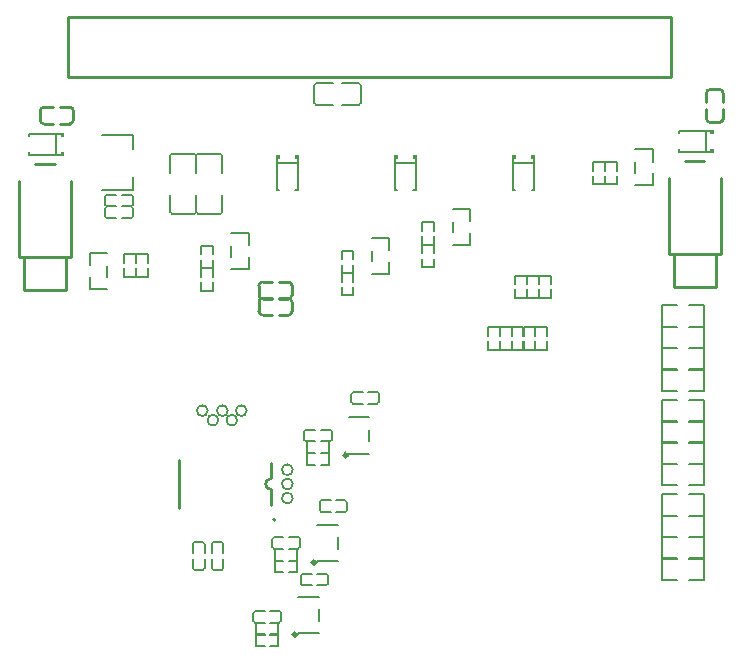
<source format=gbo>
G04 Layer: BottomSilkscreenLayer*
G04 EasyEDA v6.5.40, 2024-03-19 00:07:40*
G04 3cfb54e61b884618aacb5dd00d766781,92418ead495845dc98574c5a0a119f62,10*
G04 Gerber Generator version 0.2*
G04 Scale: 100 percent, Rotated: No, Reflected: No *
G04 Dimensions in millimeters *
G04 leading zeros omitted , absolute positions ,4 integer and 5 decimal *
%FSLAX45Y45*%
%MOMM*%

%ADD10C,0.1524*%
%ADD11C,0.2540*%
%ADD12C,0.2000*%
%ADD13C,0.3000*%
%ADD14C,0.1270*%
%ADD15C,0.0105*%

%LPD*%
G36*
X2454757Y4335475D02*
G01*
X2454757Y4304995D01*
X2486761Y4304995D01*
X2486761Y4335475D01*
G37*
G36*
X2613253Y4335475D02*
G01*
X2613253Y4304995D01*
X2645257Y4304995D01*
X2645257Y4335475D01*
G37*
G36*
X3454755Y4335475D02*
G01*
X3454755Y4304995D01*
X3486759Y4304995D01*
X3486759Y4335475D01*
G37*
G36*
X3613251Y4335475D02*
G01*
X3613251Y4304995D01*
X3645255Y4304995D01*
X3645255Y4335475D01*
G37*
G36*
X4454753Y4335475D02*
G01*
X4454753Y4304995D01*
X4486757Y4304995D01*
X4486757Y4335475D01*
G37*
G36*
X4613249Y4335475D02*
G01*
X4613249Y4304995D01*
X4645253Y4304995D01*
X4645253Y4335475D01*
G37*
G36*
X6129985Y4545228D02*
G01*
X6129985Y4513224D01*
X6160465Y4513224D01*
X6160465Y4545228D01*
G37*
G36*
X6129985Y4386732D02*
G01*
X6129985Y4354728D01*
X6160465Y4354728D01*
X6160465Y4386732D01*
G37*
G36*
X630021Y4520234D02*
G01*
X630021Y4488230D01*
X660501Y4488230D01*
X660501Y4520234D01*
G37*
G36*
X630021Y4361738D02*
G01*
X630021Y4329734D01*
X660501Y4329734D01*
X660501Y4361738D01*
G37*
D10*
X4349851Y2802615D02*
G01*
X4349851Y2874418D01*
X4250131Y2874418D01*
X4250131Y2802615D01*
X4349851Y2757373D02*
G01*
X4349851Y2685569D01*
X4250131Y2685569D01*
X4250131Y2757373D01*
X4449848Y2802615D02*
G01*
X4449848Y2874418D01*
X4350128Y2874418D01*
X4350128Y2802615D01*
X4449848Y2757373D02*
G01*
X4449848Y2685569D01*
X4350128Y2685569D01*
X4350128Y2757373D01*
X4549851Y2802615D02*
G01*
X4549851Y2874418D01*
X4450130Y2874418D01*
X4450130Y2802615D01*
X4549851Y2757373D02*
G01*
X4549851Y2685569D01*
X4450130Y2685569D01*
X4450130Y2757373D01*
X4649850Y2802615D02*
G01*
X4649850Y2874418D01*
X4550130Y2874418D01*
X4550130Y2802615D01*
X4649850Y2757373D02*
G01*
X4649850Y2685569D01*
X4550130Y2685569D01*
X4550130Y2757373D01*
X4579851Y3242614D02*
G01*
X4579851Y3314418D01*
X4480130Y3314418D01*
X4480130Y3242614D01*
X4579851Y3197372D02*
G01*
X4579851Y3125569D01*
X4480130Y3125569D01*
X4480130Y3197372D01*
X4679850Y3242614D02*
G01*
X4679850Y3314418D01*
X4580130Y3314418D01*
X4580130Y3242614D01*
X4679850Y3197372D02*
G01*
X4679850Y3125569D01*
X4580130Y3125569D01*
X4580130Y3197372D01*
X4779850Y3242614D02*
G01*
X4779850Y3314418D01*
X4680130Y3314418D01*
X4680130Y3242614D01*
X4779850Y3197372D02*
G01*
X4779850Y3125569D01*
X4680130Y3125569D01*
X4680130Y3197372D01*
D11*
X2413617Y1598256D02*
G01*
X2413617Y1725256D01*
X2413617Y1374736D02*
G01*
X2413617Y1501736D01*
X1631297Y1750743D02*
G01*
X1631297Y1349250D01*
D10*
X5947608Y3061703D02*
G01*
X6076101Y3061703D01*
X6076101Y2878284D01*
X5947608Y2878284D01*
X5852368Y3061703D02*
G01*
X5723874Y3061703D01*
X5723874Y2878284D01*
X5852368Y2878284D01*
X5947608Y921707D02*
G01*
X6076101Y921707D01*
X6076101Y738289D01*
X5947608Y738289D01*
X5852368Y921707D02*
G01*
X5723874Y921707D01*
X5723874Y738289D01*
X5852368Y738289D01*
X5947608Y1101707D02*
G01*
X6076101Y1101707D01*
X6076101Y918288D01*
X5947608Y918288D01*
X5852368Y1101707D02*
G01*
X5723874Y1101707D01*
X5723874Y918288D01*
X5852368Y918288D01*
X5947608Y1281706D02*
G01*
X6076101Y1281706D01*
X6076101Y1098288D01*
X5947608Y1098288D01*
X5852368Y1281706D02*
G01*
X5723874Y1281706D01*
X5723874Y1098288D01*
X5852368Y1098288D01*
X5947608Y1461706D02*
G01*
X6076101Y1461706D01*
X6076101Y1278288D01*
X5947608Y1278288D01*
X5852368Y1461706D02*
G01*
X5723874Y1461706D01*
X5723874Y1278288D01*
X5852368Y1278288D01*
X5947608Y1721705D02*
G01*
X6076101Y1721705D01*
X6076101Y1538287D01*
X5947608Y1538287D01*
X5852368Y1721705D02*
G01*
X5723874Y1721705D01*
X5723874Y1538287D01*
X5852368Y1538287D01*
X5947608Y1901705D02*
G01*
X6076101Y1901705D01*
X6076101Y1718287D01*
X5947608Y1718287D01*
X5852368Y1901705D02*
G01*
X5723874Y1901705D01*
X5723874Y1718287D01*
X5852368Y1718287D01*
X5947608Y2081705D02*
G01*
X6076101Y2081705D01*
X6076101Y1898286D01*
X5947608Y1898286D01*
X5852368Y2081705D02*
G01*
X5723874Y2081705D01*
X5723874Y1898286D01*
X5852368Y1898286D01*
X5947608Y2261704D02*
G01*
X6076101Y2261704D01*
X6076101Y2078286D01*
X5947608Y2078286D01*
X5852368Y2261704D02*
G01*
X5723874Y2261704D01*
X5723874Y2078286D01*
X5852368Y2078286D01*
X5947608Y2521704D02*
G01*
X6076101Y2521704D01*
X6076101Y2338285D01*
X5947608Y2338285D01*
X5852368Y2521704D02*
G01*
X5723874Y2521704D01*
X5723874Y2338285D01*
X5852368Y2338285D01*
X5947608Y2701704D02*
G01*
X6076101Y2701704D01*
X6076101Y2518285D01*
X5947608Y2518285D01*
X5852368Y2701704D02*
G01*
X5723874Y2701704D01*
X5723874Y2518285D01*
X5852368Y2518285D01*
X5947608Y2881703D02*
G01*
X6076101Y2881703D01*
X6076101Y2698285D01*
X5947608Y2698285D01*
X5852368Y2881703D02*
G01*
X5723874Y2881703D01*
X5723874Y2698285D01*
X5852368Y2698285D01*
D11*
X6179987Y3494999D02*
G01*
X5798393Y3494999D01*
X5929988Y4284997D02*
G01*
X5918098Y4284997D01*
X5929988Y4284997D02*
G01*
X6081872Y4284997D01*
X6219987Y3564999D02*
G01*
X6219987Y3494999D01*
X6179987Y3494999D01*
X6179987Y3220001D01*
X5819988Y3220001D01*
X5819988Y3494999D01*
X5779988Y3494999D01*
X5779988Y4139938D01*
X6219987Y3564999D02*
G01*
X6219987Y4139938D01*
X679998Y3469998D02*
G01*
X298404Y3469998D01*
X429999Y4259996D02*
G01*
X418109Y4259996D01*
X429999Y4259996D02*
G01*
X581883Y4259996D01*
X719998Y3539997D02*
G01*
X719998Y3469998D01*
X679998Y3469998D01*
X679998Y3194999D01*
X319999Y3194999D01*
X319999Y3469998D01*
X279999Y3469998D01*
X279999Y4114937D01*
X719998Y3539997D02*
G01*
X719998Y4114937D01*
X697293Y5503989D02*
G01*
X5802693Y5503989D01*
X697293Y4995989D02*
G01*
X5802693Y4995989D01*
X5802693Y4995989D02*
G01*
X5802693Y5503989D01*
X697293Y4995989D02*
G01*
X697293Y5503989D01*
D10*
X4749850Y2802615D02*
G01*
X4749850Y2874418D01*
X4650130Y2874418D01*
X4650130Y2802615D01*
X4749850Y2757373D02*
G01*
X4749850Y2685569D01*
X4650130Y2685569D01*
X4650130Y2757373D01*
X2911624Y1910135D02*
G01*
X2832615Y1910135D01*
X2832615Y2009856D02*
G01*
X2911624Y2009856D01*
X2926864Y1994616D02*
G01*
X2926864Y1925375D01*
X2708363Y1910135D02*
G01*
X2787373Y1910135D01*
X2787373Y2009856D02*
G01*
X2708363Y2009856D01*
X2693123Y1994616D02*
G01*
X2693123Y1925375D01*
X2357374Y374858D02*
G01*
X2285570Y374858D01*
X2285570Y275137D01*
X2357374Y275137D01*
X2402616Y374858D02*
G01*
X2474419Y374858D01*
X2474419Y275137D01*
X2402616Y275137D01*
X2402616Y175138D02*
G01*
X2474419Y175138D01*
X2474419Y274858D01*
X2402616Y274858D01*
X2357374Y175138D02*
G01*
X2285570Y175138D01*
X2285570Y274858D01*
X2357374Y274858D01*
X2644874Y287378D02*
G01*
X2815115Y287378D01*
X2644874Y592620D02*
G01*
X2815115Y592620D01*
X2815115Y487639D02*
G01*
X2815115Y392358D01*
X2641625Y1000137D02*
G01*
X2562616Y1000137D01*
X2562616Y1099858D02*
G01*
X2641625Y1099858D01*
X2656865Y1084618D02*
G01*
X2656865Y1015377D01*
X2438364Y1000137D02*
G01*
X2517373Y1000137D01*
X2517373Y1099858D02*
G01*
X2438364Y1099858D01*
X2423124Y1084618D02*
G01*
X2423124Y1015377D01*
X2517373Y999858D02*
G01*
X2445570Y999858D01*
X2445570Y900137D01*
X2517373Y900137D01*
X2562616Y999858D02*
G01*
X2634419Y999858D01*
X2634419Y900137D01*
X2562616Y900137D01*
X2562613Y800140D02*
G01*
X2634416Y800140D01*
X2634416Y899861D01*
X2562613Y899861D01*
X2517371Y800140D02*
G01*
X2445567Y800140D01*
X2445567Y899861D01*
X2517371Y899861D01*
X2804871Y897381D02*
G01*
X2975112Y897381D01*
X2804871Y1202623D02*
G01*
X2975112Y1202623D01*
X2975112Y1097643D02*
G01*
X2975112Y1002362D01*
X2009856Y1041628D02*
G01*
X2009856Y962619D01*
X1910135Y962619D02*
G01*
X1910135Y1041628D01*
X1925375Y1056868D02*
G01*
X1994616Y1056868D01*
X2009856Y838367D02*
G01*
X2009856Y917376D01*
X1910135Y917376D02*
G01*
X1910135Y838367D01*
X1925375Y823127D02*
G01*
X1994616Y823127D01*
X1849856Y1041628D02*
G01*
X1849856Y962619D01*
X1750136Y962619D02*
G01*
X1750136Y1041628D01*
X1765376Y1056868D02*
G01*
X1834616Y1056868D01*
X1849856Y838367D02*
G01*
X1849856Y917376D01*
X1750136Y917376D02*
G01*
X1750136Y838367D01*
X1765376Y823127D02*
G01*
X1834616Y823127D01*
X2462372Y4312612D02*
G01*
X2462372Y4037368D01*
X2462372Y4037368D02*
G01*
X2481676Y4037368D01*
X2637617Y4312612D02*
G01*
X2637617Y4037368D01*
X2637617Y4037368D02*
G01*
X2618313Y4037368D01*
X2462372Y4266669D02*
G01*
X2637617Y4266669D01*
X3462370Y4312612D02*
G01*
X3462370Y4037368D01*
X3462370Y4037368D02*
G01*
X3481674Y4037368D01*
X3637615Y4312612D02*
G01*
X3637615Y4037368D01*
X3637615Y4037368D02*
G01*
X3618311Y4037368D01*
X3462370Y4266669D02*
G01*
X3637615Y4266669D01*
X4462368Y4312612D02*
G01*
X4462368Y4037368D01*
X4462368Y4037368D02*
G01*
X4481672Y4037368D01*
X4637613Y4312612D02*
G01*
X4637613Y4037368D01*
X4637613Y4037368D02*
G01*
X4618309Y4037368D01*
X4462368Y4266669D02*
G01*
X4637613Y4266669D01*
X6137610Y4537613D02*
G01*
X5862365Y4537613D01*
X5862365Y4537613D02*
G01*
X5862365Y4518309D01*
X6137610Y4362368D02*
G01*
X5862365Y4362368D01*
X5862365Y4362368D02*
G01*
X5862365Y4381672D01*
X6091666Y4537613D02*
G01*
X6091666Y4362368D01*
X637621Y4512612D02*
G01*
X362376Y4512612D01*
X362376Y4512612D02*
G01*
X362376Y4493308D01*
X637621Y4337367D02*
G01*
X362376Y4337367D01*
X362376Y4337367D02*
G01*
X362376Y4356671D01*
X591677Y4512612D02*
G01*
X591677Y4337367D01*
D11*
X6130010Y4610988D02*
G01*
X6210012Y4610988D01*
X6099025Y4721964D02*
G01*
X6099025Y4641966D01*
X6240990Y4721964D02*
G01*
X6240990Y4641966D01*
X6098443Y4779553D02*
G01*
X6098443Y4859553D01*
X6129426Y4890536D02*
G01*
X6209423Y4890536D01*
X6240404Y4779553D02*
G01*
X6240404Y4859553D01*
X739000Y4630013D02*
G01*
X739000Y4710015D01*
X628025Y4599028D02*
G01*
X708022Y4599028D01*
X628025Y4740993D02*
G01*
X708022Y4740993D01*
X570435Y4598446D02*
G01*
X490435Y4598446D01*
X459452Y4629429D02*
G01*
X459452Y4709426D01*
X570435Y4740407D02*
G01*
X490435Y4740407D01*
D10*
X2481625Y375137D02*
G01*
X2402616Y375137D01*
X2402616Y474858D02*
G01*
X2481625Y474858D01*
X2496865Y459618D02*
G01*
X2496865Y390377D01*
X2278364Y375137D02*
G01*
X2357374Y375137D01*
X2357374Y474858D02*
G01*
X2278364Y474858D01*
X2263124Y459618D02*
G01*
X2263124Y390377D01*
X1820136Y3257372D02*
G01*
X1820136Y3185568D01*
X1919856Y3185568D01*
X1919856Y3257372D01*
X1820136Y3302614D02*
G01*
X1820136Y3374417D01*
X1919856Y3374417D01*
X1919856Y3302614D01*
X1919856Y3492614D02*
G01*
X1919856Y3564417D01*
X1820136Y3564417D01*
X1820136Y3492614D01*
X1919856Y3447371D02*
G01*
X1919856Y3375568D01*
X1820136Y3375568D01*
X1820136Y3447371D01*
X3010133Y3217372D02*
G01*
X3010133Y3145569D01*
X3109854Y3145569D01*
X3109854Y3217372D01*
X3010133Y3262614D02*
G01*
X3010133Y3334418D01*
X3109854Y3334418D01*
X3109854Y3262614D01*
X3109854Y3452614D02*
G01*
X3109854Y3524417D01*
X3010133Y3524417D01*
X3010133Y3452614D01*
X3109854Y3407371D02*
G01*
X3109854Y3335568D01*
X3010133Y3335568D01*
X3010133Y3407371D01*
X2787373Y1909856D02*
G01*
X2715569Y1909856D01*
X2715569Y1810136D01*
X2787373Y1810136D01*
X2832615Y1909856D02*
G01*
X2904418Y1909856D01*
X2904418Y1810136D01*
X2832615Y1810136D01*
X2832615Y1710136D02*
G01*
X2904418Y1710136D01*
X2904418Y1809856D01*
X2832615Y1809856D01*
X2787373Y1710136D02*
G01*
X2715569Y1710136D01*
X2715569Y1809856D01*
X2787373Y1809856D01*
X3690132Y3457371D02*
G01*
X3690132Y3385568D01*
X3789852Y3385568D01*
X3789852Y3457371D01*
X3690132Y3502614D02*
G01*
X3690132Y3574417D01*
X3789852Y3574417D01*
X3789852Y3502614D01*
X3789852Y3692613D02*
G01*
X3789852Y3764417D01*
X3690132Y3764417D01*
X3690132Y3692613D01*
X3789852Y3647371D02*
G01*
X3789852Y3575568D01*
X3690132Y3575568D01*
X3690132Y3647371D01*
X1560736Y3848872D02*
G01*
X1560736Y3997370D01*
X1779257Y3997370D02*
G01*
X1779257Y3848872D01*
X1764017Y3833632D02*
G01*
X1575976Y3833632D01*
X1560736Y4331111D02*
G01*
X1560736Y4182612D01*
X1779257Y4182612D02*
G01*
X1779257Y4331111D01*
X1764017Y4346351D02*
G01*
X1575976Y4346351D01*
X1780735Y3848872D02*
G01*
X1780735Y3997370D01*
X1999256Y3997370D02*
G01*
X1999256Y3848872D01*
X1984016Y3833632D02*
G01*
X1795975Y3833632D01*
X1780735Y4331111D02*
G01*
X1780735Y4182612D01*
X1999256Y4182612D02*
G01*
X1999256Y4331111D01*
X1984016Y4346351D02*
G01*
X1795975Y4346351D01*
D11*
X2588996Y3010016D02*
G01*
X2588996Y3090019D01*
X2478021Y2979031D02*
G01*
X2558018Y2979031D01*
X2478021Y3120997D02*
G01*
X2558018Y3120997D01*
X2420432Y2978449D02*
G01*
X2340432Y2978449D01*
X2309449Y3009432D02*
G01*
X2309449Y3089429D01*
X2420432Y3120410D02*
G01*
X2340432Y3120410D01*
X2588996Y3150016D02*
G01*
X2588996Y3230018D01*
X2478021Y3119031D02*
G01*
X2558018Y3119031D01*
X2478021Y3260996D02*
G01*
X2558018Y3260996D01*
X2420432Y3118449D02*
G01*
X2340432Y3118449D01*
X2309449Y3149432D02*
G01*
X2309449Y3229429D01*
X2420432Y3260410D02*
G01*
X2340432Y3260410D01*
D10*
X1226629Y3900131D02*
G01*
X1147620Y3900131D01*
X1147620Y3999852D02*
G01*
X1226629Y3999852D01*
X1241869Y3984612D02*
G01*
X1241869Y3915371D01*
X1023368Y3900131D02*
G01*
X1102377Y3900131D01*
X1102377Y3999852D02*
G01*
X1023368Y3999852D01*
X1008128Y3984612D02*
G01*
X1008128Y3915371D01*
X1226629Y3800132D02*
G01*
X1147620Y3800132D01*
X1147620Y3899852D02*
G01*
X1226629Y3899852D01*
X1241869Y3884612D02*
G01*
X1241869Y3815372D01*
X1023368Y3800132D02*
G01*
X1102377Y3800132D01*
X1102377Y3899852D02*
G01*
X1023368Y3899852D01*
X1008128Y3884612D02*
G01*
X1008128Y3815372D01*
X3041624Y1310137D02*
G01*
X2962615Y1310137D01*
X2962615Y1409857D02*
G01*
X3041624Y1409857D01*
X3056864Y1394617D02*
G01*
X3056864Y1325377D01*
X2838363Y1310137D02*
G01*
X2917372Y1310137D01*
X2917372Y1409857D02*
G01*
X2838363Y1409857D01*
X2823123Y1394617D02*
G01*
X2823123Y1325377D01*
X2881624Y690138D02*
G01*
X2802615Y690138D01*
X2802615Y789858D02*
G01*
X2881624Y789858D01*
X2896864Y774618D02*
G01*
X2896864Y705378D01*
X2678363Y690138D02*
G01*
X2757373Y690138D01*
X2757373Y789858D02*
G01*
X2678363Y789858D01*
X2663123Y774618D02*
G01*
X2663123Y705378D01*
X3311624Y2230135D02*
G01*
X3232614Y2230135D01*
X3232614Y2329855D02*
G01*
X3311624Y2329855D01*
X3326864Y2314615D02*
G01*
X3326864Y2245375D01*
X3108363Y2230135D02*
G01*
X3187372Y2230135D01*
X3187372Y2329855D02*
G01*
X3108363Y2329855D01*
X3093123Y2314615D02*
G01*
X3093123Y2245375D01*
X2077374Y3672613D02*
G01*
X2222616Y3672613D01*
X2222616Y3569451D01*
X2077374Y3367371D02*
G01*
X2222616Y3367371D01*
X2222616Y3470534D01*
X2077374Y3565532D02*
G01*
X2077374Y3474453D01*
X3267372Y3632614D02*
G01*
X3412614Y3632614D01*
X3412614Y3529451D01*
X3267372Y3327372D02*
G01*
X3412614Y3327372D01*
X3412614Y3430534D01*
X3267372Y3525532D02*
G01*
X3267372Y3434453D01*
X3952372Y3877612D02*
G01*
X4097614Y3877612D01*
X4097614Y3774450D01*
X3952372Y3572370D02*
G01*
X4097614Y3572370D01*
X4097614Y3675532D01*
X3952372Y3770530D02*
G01*
X3952372Y3679451D01*
X3074873Y1807375D02*
G01*
X3245114Y1807375D01*
X3074873Y2112617D02*
G01*
X3245114Y2112617D01*
X3245114Y2007636D02*
G01*
X3245114Y1912355D01*
X979749Y4502622D02*
G01*
X1244986Y4502622D01*
X1244986Y4387740D01*
X979749Y4037385D02*
G01*
X1244986Y4037385D01*
X1244986Y4152267D01*
X5239849Y4202612D02*
G01*
X5239849Y4274416D01*
X5140129Y4274416D01*
X5140129Y4202612D01*
X5239849Y4157370D02*
G01*
X5239849Y4085567D01*
X5140129Y4085567D01*
X5140129Y4157370D01*
X5339849Y4202612D02*
G01*
X5339849Y4274416D01*
X5240129Y4274416D01*
X5240129Y4202612D01*
X5339849Y4157370D02*
G01*
X5339849Y4085567D01*
X5240129Y4085567D01*
X5240129Y4157370D01*
X1270137Y3377371D02*
G01*
X1270137Y3305568D01*
X1369857Y3305568D01*
X1369857Y3377371D01*
X1270137Y3422614D02*
G01*
X1270137Y3494417D01*
X1369857Y3494417D01*
X1369857Y3422614D01*
X1170137Y3377371D02*
G01*
X1170137Y3305568D01*
X1269857Y3305568D01*
X1269857Y3377371D01*
X1170137Y3422614D02*
G01*
X1170137Y3494417D01*
X1269857Y3494417D01*
X1269857Y3422614D01*
X5497370Y4382615D02*
G01*
X5642612Y4382615D01*
X5642612Y4279452D01*
X5497370Y4077373D02*
G01*
X5642612Y4077373D01*
X5642612Y4180535D01*
X5497370Y4275533D02*
G01*
X5497370Y4184454D01*
X1022619Y3197372D02*
G01*
X877376Y3197372D01*
X877376Y3300534D01*
X1022619Y3502614D02*
G01*
X877376Y3502614D01*
X877376Y3399452D01*
X1022619Y3304453D02*
G01*
X1022619Y3395532D01*
X2793875Y4940350D02*
G01*
X2934876Y4940350D01*
X2934876Y4759629D02*
G01*
X2793875Y4759629D01*
X2778635Y4774869D02*
G01*
X2778635Y4925110D01*
X3156115Y4940350D02*
G01*
X3015114Y4940350D01*
X3015114Y4759629D02*
G01*
X3156115Y4759629D01*
X3171355Y4774869D02*
G01*
X3171355Y4925110D01*
D11*
G75*
G01*
X2413617Y1595717D02*
G03*
X2413617Y1501737I0J-46990D01*
D10*
G75*
G01*
X2911625Y2009856D02*
G02*
X2926865Y1994616I0J-15240D01*
G75*
G01*
X2926865Y1925376D02*
G02*
X2911625Y1910136I-15240J0D01*
G75*
G01*
X2708364Y2009856D02*
G03*
X2693124Y1994616I0J-15240D01*
G75*
G01*
X2693124Y1925376D02*
G03*
X2708364Y1910136I15240J0D01*
G75*
G01*
X2641625Y1099858D02*
G02*
X2656865Y1084618I0J-15240D01*
G75*
G01*
X2656865Y1015378D02*
G02*
X2641625Y1000138I-15240J0D01*
G75*
G01*
X2438364Y1099858D02*
G03*
X2423124Y1084618I0J-15240D01*
G75*
G01*
X2423124Y1015378D02*
G03*
X2438364Y1000138I15240J0D01*
G75*
G01*
X1910136Y1041629D02*
G02*
X1925376Y1056869I15240J0D01*
G75*
G01*
X1994616Y1056869D02*
G02*
X2009856Y1041629I0J-15240D01*
G75*
G01*
X1910136Y838368D02*
G03*
X1925376Y823128I15240J0D01*
G75*
G01*
X1994616Y823128D02*
G03*
X2009856Y838368I0J15240D01*
G75*
G01*
X1750136Y1041629D02*
G02*
X1765376Y1056869I15240J0D01*
G75*
G01*
X1834617Y1056869D02*
G02*
X1849857Y1041629I0J-15240D01*
G75*
G01*
X1750136Y838368D02*
G03*
X1765376Y823128I15240J0D01*
G75*
G01*
X1834617Y823128D02*
G03*
X1849857Y838368I0J15240D01*
D11*
G75*
G01*
X6129426Y4890541D02*
G03*
X6098443Y4859558I0J-30983D01*
G75*
G01*
X6240409Y4859558D02*
G03*
X6209424Y4890541I-30983J0D01*
G75*
G01*
X6099025Y4641972D02*
G03*
X6130011Y4610989I30983J0D01*
G75*
G01*
X6210008Y4610989D02*
G03*
X6240991Y4641972I0J30983D01*
G75*
G01*
X459448Y4629429D02*
G03*
X490431Y4598446I30983J0D01*
G75*
G01*
X490431Y4740412D02*
G03*
X459448Y4709427I0J-30983D01*
G75*
G01*
X708017Y4599028D02*
G03*
X739000Y4630014I0J30983D01*
G75*
G01*
X739000Y4710011D02*
G03*
X708017Y4740994I-30983J0D01*
D10*
G75*
G01*
X2481626Y474858D02*
G02*
X2496866Y459618I0J-15240D01*
G75*
G01*
X2496866Y390378D02*
G02*
X2481626Y375138I-15240J0D01*
G75*
G01*
X2278365Y474858D02*
G03*
X2263125Y459618I0J-15240D01*
G75*
G01*
X2263125Y390378D02*
G03*
X2278365Y375138I15240J0D01*
G75*
G01*
X1779257Y3848872D02*
G02*
X1764017Y3833632I-15240J0D01*
G75*
G01*
X1575976Y3833632D02*
G02*
X1560736Y3848872I0J15240D01*
G75*
G01*
X1779257Y4331111D02*
G03*
X1764017Y4346351I-15240J0D01*
G75*
G01*
X1575976Y4346351D02*
G03*
X1560736Y4331111I0J-15240D01*
G75*
G01*
X1999257Y3848872D02*
G02*
X1984017Y3833632I-15240J0D01*
G75*
G01*
X1795976Y3833632D02*
G02*
X1780736Y3848872I0J15240D01*
G75*
G01*
X1999257Y4331111D02*
G03*
X1984017Y4346351I-15240J0D01*
G75*
G01*
X1795976Y4346351D02*
G03*
X1780736Y4331111I0J-15240D01*
D11*
G75*
G01*
X2309444Y3009433D02*
G03*
X2340427Y2978450I30983J0D01*
G75*
G01*
X2340427Y3120415D02*
G03*
X2309444Y3089430I0J-30983D01*
G75*
G01*
X2558014Y2979031D02*
G03*
X2588997Y3010017I0J30983D01*
G75*
G01*
X2588997Y3090014D02*
G03*
X2558014Y3120997I-30983J0D01*
G75*
G01*
X2309444Y3149432D02*
G03*
X2340427Y3118449I30983J0D01*
G75*
G01*
X2340427Y3260415D02*
G03*
X2309444Y3229430I0J-30983D01*
G75*
G01*
X2558014Y3119031D02*
G03*
X2588997Y3150017I0J30983D01*
G75*
G01*
X2588997Y3230014D02*
G03*
X2558014Y3260997I-30983J0D01*
D10*
G75*
G01*
X1226630Y3999852D02*
G02*
X1241869Y3984612I-1J-15240D01*
G75*
G01*
X1241869Y3915372D02*
G02*
X1226630Y3900132I-15240J0D01*
G75*
G01*
X1023369Y3999852D02*
G03*
X1008129Y3984612I0J-15240D01*
G75*
G01*
X1008129Y3915372D02*
G03*
X1023369Y3900132I15240J0D01*
G75*
G01*
X1226630Y3899852D02*
G02*
X1241869Y3884613I-1J-15239D01*
G75*
G01*
X1241869Y3815372D02*
G02*
X1226630Y3800132I-15240J0D01*
G75*
G01*
X1023369Y3899852D02*
G03*
X1008129Y3884613I0J-15239D01*
G75*
G01*
X1008129Y3815372D02*
G03*
X1023369Y3800132I15240J0D01*
G75*
G01*
X3041625Y1409857D02*
G02*
X3056865Y1394617I0J-15240D01*
G75*
G01*
X3056865Y1325377D02*
G02*
X3041625Y1310137I-15240J0D01*
G75*
G01*
X2838364Y1409857D02*
G03*
X2823124Y1394617I0J-15240D01*
G75*
G01*
X2823124Y1325377D02*
G03*
X2838364Y1310137I15240J0D01*
G75*
G01*
X2881625Y789859D02*
G02*
X2896865Y774619I0J-15240D01*
G75*
G01*
X2896865Y705378D02*
G02*
X2881625Y690138I-15240J0D01*
G75*
G01*
X2678364Y789859D02*
G03*
X2663124Y774619I0J-15240D01*
G75*
G01*
X2663124Y705378D02*
G03*
X2678364Y690138I15240J0D01*
G75*
G01*
X3311624Y2329856D02*
G02*
X3326864Y2314616I0J-15240D01*
G75*
G01*
X3326864Y2245375D02*
G02*
X3311624Y2230135I-15240J0D01*
G75*
G01*
X3108363Y2329856D02*
G03*
X3093123Y2314616I0J-15240D01*
G75*
G01*
X3093123Y2245375D02*
G03*
X3108363Y2230135I15240J0D01*
G75*
G01*
X2793876Y4759630D02*
G02*
X2778636Y4774870I0J15240D01*
G75*
G01*
X2778636Y4925111D02*
G02*
X2793876Y4940351I15240J0D01*
G75*
G01*
X3156115Y4759630D02*
G03*
X3171355Y4774870I0J15240D01*
G75*
G01*
X3171355Y4925111D02*
G03*
X3156115Y4940351I-15240J0D01*
D12*
G75*
G01
X2449017Y1245159D02*
G03X2449017Y1245159I-10008J0D01*
D13*
G75*
G01
X2630703Y274904D02*
G03X2630703Y274904I-15011J0D01*
G75*
G01
X2790698Y884911D02*
G03X2790698Y884911I-15011J0D01*
D14*
G75*
G01
X2595728Y1429995D02*
G03X2595728Y1429995I-45720J0D01*
G75*
G01
X2595728Y1549984D02*
G03X2595728Y1549984I-45720J0D01*
G75*
G01
X2595728Y1669974D02*
G03X2595728Y1669974I-45720J0D01*
G75*
G01
X2205711Y2169973D02*
G03X2205711Y2169973I-45720J0D01*
G75*
G01
X2125701Y2089963D02*
G03X2125701Y2089963I-45720J0D01*
G75*
G01
X2045716Y2169973D02*
G03X2045716Y2169973I-45720J0D01*
G75*
G01
X1965706Y2089988D02*
G03X1965706Y2089988I-45720J0D01*
G75*
G01
X1875714Y2169973D02*
G03X1875714Y2169973I-45720J0D01*
D13*
G75*
G01
X3060700Y1794891D02*
G03X3060700Y1794891I-15011J0D01*
M02*

</source>
